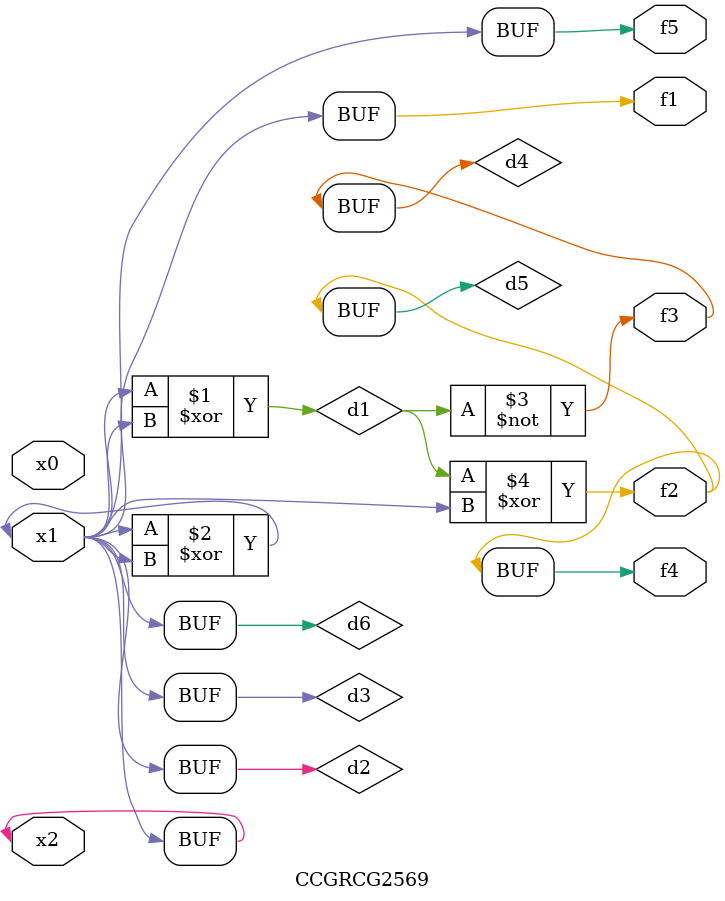
<source format=v>
module CCGRCG2569(
	input x0, x1, x2,
	output f1, f2, f3, f4, f5
);

	wire d1, d2, d3, d4, d5, d6;

	xor (d1, x1, x2);
	buf (d2, x1, x2);
	xor (d3, x1, x2);
	nor (d4, d1);
	xor (d5, d1, d2);
	buf (d6, d2, d3);
	assign f1 = d6;
	assign f2 = d5;
	assign f3 = d4;
	assign f4 = d5;
	assign f5 = d6;
endmodule

</source>
